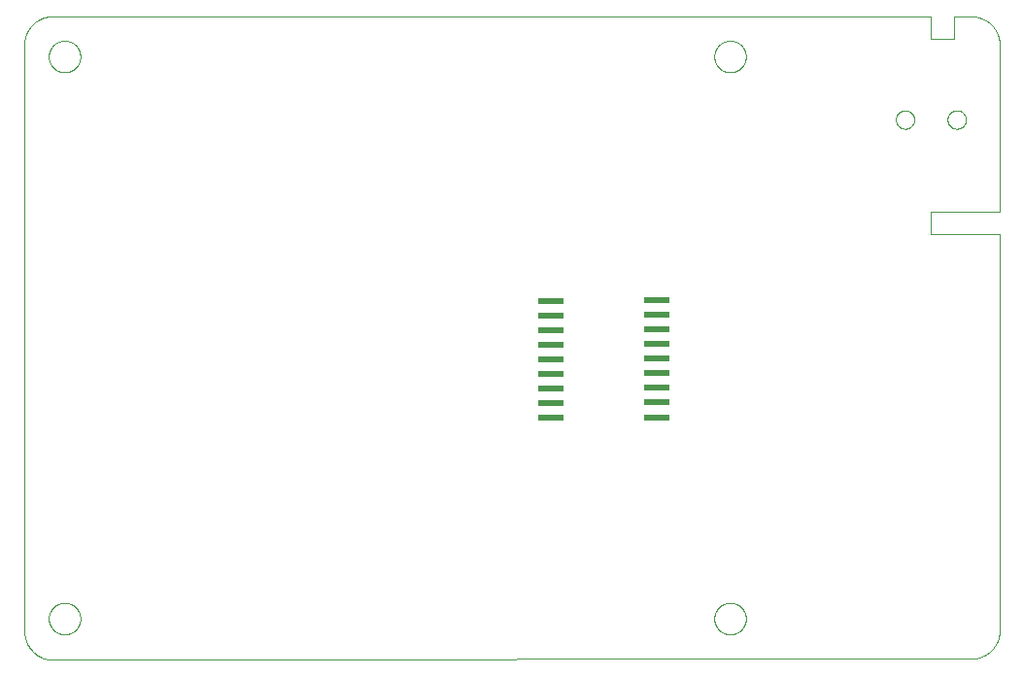
<source format=gbp>
G75*
%MOIN*%
%OFA0B0*%
%FSLAX25Y25*%
%IPPOS*%
%LPD*%
%AMOC8*
5,1,8,0,0,1.08239X$1,22.5*
%
%ADD10C,0.00000*%
%ADD11R,0.08661X0.02362*%
D10*
X0019433Y0005945D02*
X0334394Y0006339D01*
X0334394Y0006338D02*
X0334632Y0006341D01*
X0334870Y0006349D01*
X0335107Y0006364D01*
X0335344Y0006384D01*
X0335580Y0006410D01*
X0335816Y0006441D01*
X0336051Y0006478D01*
X0336285Y0006521D01*
X0336518Y0006570D01*
X0336750Y0006624D01*
X0336980Y0006684D01*
X0337209Y0006749D01*
X0337436Y0006820D01*
X0337661Y0006896D01*
X0337884Y0006978D01*
X0338106Y0007065D01*
X0338325Y0007157D01*
X0338542Y0007255D01*
X0338756Y0007357D01*
X0338968Y0007465D01*
X0339178Y0007579D01*
X0339384Y0007697D01*
X0339588Y0007820D01*
X0339788Y0007948D01*
X0339985Y0008080D01*
X0340180Y0008218D01*
X0340370Y0008360D01*
X0340558Y0008507D01*
X0340741Y0008658D01*
X0340921Y0008813D01*
X0341097Y0008973D01*
X0341269Y0009137D01*
X0341438Y0009306D01*
X0341602Y0009478D01*
X0341762Y0009654D01*
X0341917Y0009834D01*
X0342068Y0010017D01*
X0342215Y0010205D01*
X0342357Y0010395D01*
X0342495Y0010590D01*
X0342627Y0010787D01*
X0342755Y0010987D01*
X0342878Y0011191D01*
X0342996Y0011397D01*
X0343110Y0011607D01*
X0343218Y0011819D01*
X0343320Y0012033D01*
X0343418Y0012250D01*
X0343510Y0012469D01*
X0343597Y0012691D01*
X0343679Y0012914D01*
X0343755Y0013139D01*
X0343826Y0013366D01*
X0343891Y0013595D01*
X0343951Y0013825D01*
X0344005Y0014057D01*
X0344054Y0014290D01*
X0344097Y0014524D01*
X0344134Y0014759D01*
X0344165Y0014995D01*
X0344191Y0015231D01*
X0344211Y0015468D01*
X0344226Y0015705D01*
X0344234Y0015943D01*
X0344237Y0016181D01*
X0344236Y0016181D02*
X0344236Y0152008D01*
X0320614Y0152008D01*
X0320614Y0159882D01*
X0344236Y0159882D01*
X0344236Y0216969D01*
X0344237Y0216969D02*
X0344234Y0217207D01*
X0344226Y0217445D01*
X0344211Y0217682D01*
X0344191Y0217919D01*
X0344165Y0218155D01*
X0344134Y0218391D01*
X0344097Y0218626D01*
X0344054Y0218860D01*
X0344005Y0219093D01*
X0343951Y0219325D01*
X0343891Y0219555D01*
X0343826Y0219784D01*
X0343755Y0220011D01*
X0343679Y0220236D01*
X0343597Y0220459D01*
X0343510Y0220681D01*
X0343418Y0220900D01*
X0343320Y0221117D01*
X0343218Y0221331D01*
X0343110Y0221543D01*
X0342996Y0221753D01*
X0342878Y0221959D01*
X0342755Y0222163D01*
X0342627Y0222363D01*
X0342495Y0222560D01*
X0342357Y0222755D01*
X0342215Y0222945D01*
X0342068Y0223133D01*
X0341917Y0223316D01*
X0341762Y0223496D01*
X0341602Y0223672D01*
X0341438Y0223844D01*
X0341269Y0224013D01*
X0341097Y0224177D01*
X0340921Y0224337D01*
X0340741Y0224492D01*
X0340558Y0224643D01*
X0340370Y0224790D01*
X0340180Y0224932D01*
X0339985Y0225070D01*
X0339788Y0225202D01*
X0339588Y0225330D01*
X0339384Y0225453D01*
X0339178Y0225571D01*
X0338968Y0225685D01*
X0338756Y0225793D01*
X0338542Y0225895D01*
X0338325Y0225993D01*
X0338106Y0226085D01*
X0337884Y0226172D01*
X0337661Y0226254D01*
X0337436Y0226330D01*
X0337209Y0226401D01*
X0336980Y0226466D01*
X0336750Y0226526D01*
X0336518Y0226580D01*
X0336285Y0226629D01*
X0336051Y0226672D01*
X0335816Y0226709D01*
X0335580Y0226740D01*
X0335344Y0226766D01*
X0335107Y0226786D01*
X0334870Y0226801D01*
X0334632Y0226809D01*
X0334394Y0226812D01*
X0334394Y0226811D02*
X0328488Y0226811D01*
X0328488Y0218937D01*
X0320614Y0218937D01*
X0320614Y0226811D01*
X0019433Y0226811D01*
X0019433Y0226812D02*
X0019200Y0226814D01*
X0018967Y0226810D01*
X0018734Y0226801D01*
X0018501Y0226786D01*
X0018269Y0226765D01*
X0018037Y0226739D01*
X0017806Y0226707D01*
X0017576Y0226670D01*
X0017347Y0226627D01*
X0017119Y0226579D01*
X0016892Y0226525D01*
X0016666Y0226466D01*
X0016442Y0226401D01*
X0016220Y0226331D01*
X0016000Y0226255D01*
X0015781Y0226174D01*
X0015564Y0226088D01*
X0015350Y0225997D01*
X0015137Y0225900D01*
X0014928Y0225799D01*
X0014720Y0225692D01*
X0014516Y0225580D01*
X0014314Y0225464D01*
X0014115Y0225342D01*
X0013918Y0225216D01*
X0013725Y0225085D01*
X0013536Y0224950D01*
X0013349Y0224810D01*
X0013166Y0224666D01*
X0012987Y0224517D01*
X0012811Y0224364D01*
X0012639Y0224206D01*
X0012471Y0224045D01*
X0012307Y0223879D01*
X0012146Y0223710D01*
X0011990Y0223537D01*
X0011839Y0223360D01*
X0011691Y0223179D01*
X0011548Y0222995D01*
X0011409Y0222808D01*
X0011275Y0222617D01*
X0011146Y0222423D01*
X0011021Y0222226D01*
X0010901Y0222026D01*
X0010786Y0221823D01*
X0010676Y0221617D01*
X0010571Y0221409D01*
X0010471Y0221199D01*
X0010376Y0220986D01*
X0010287Y0220771D01*
X0010202Y0220553D01*
X0010123Y0220334D01*
X0010049Y0220113D01*
X0009981Y0219890D01*
X0009917Y0219666D01*
X0009860Y0219440D01*
X0009808Y0219212D01*
X0009761Y0218984D01*
X0009720Y0218755D01*
X0009684Y0218524D01*
X0009654Y0218293D01*
X0009630Y0218061D01*
X0009611Y0217829D01*
X0009598Y0217596D01*
X0009590Y0217363D01*
X0009591Y0217362D02*
X0009591Y0015788D01*
X0009590Y0015788D02*
X0009593Y0015550D01*
X0009601Y0015312D01*
X0009616Y0015075D01*
X0009636Y0014838D01*
X0009662Y0014602D01*
X0009693Y0014366D01*
X0009730Y0014131D01*
X0009773Y0013897D01*
X0009822Y0013664D01*
X0009876Y0013432D01*
X0009936Y0013202D01*
X0010001Y0012973D01*
X0010072Y0012746D01*
X0010148Y0012521D01*
X0010230Y0012298D01*
X0010317Y0012076D01*
X0010409Y0011857D01*
X0010507Y0011640D01*
X0010609Y0011426D01*
X0010717Y0011214D01*
X0010831Y0011004D01*
X0010949Y0010798D01*
X0011072Y0010594D01*
X0011200Y0010394D01*
X0011332Y0010197D01*
X0011470Y0010002D01*
X0011612Y0009812D01*
X0011759Y0009624D01*
X0011910Y0009441D01*
X0012065Y0009261D01*
X0012225Y0009085D01*
X0012389Y0008913D01*
X0012558Y0008744D01*
X0012730Y0008580D01*
X0012906Y0008420D01*
X0013086Y0008265D01*
X0013269Y0008114D01*
X0013457Y0007967D01*
X0013647Y0007825D01*
X0013842Y0007687D01*
X0014039Y0007555D01*
X0014239Y0007427D01*
X0014443Y0007304D01*
X0014649Y0007186D01*
X0014859Y0007072D01*
X0015071Y0006964D01*
X0015285Y0006862D01*
X0015502Y0006764D01*
X0015721Y0006672D01*
X0015943Y0006585D01*
X0016166Y0006503D01*
X0016391Y0006427D01*
X0016618Y0006356D01*
X0016847Y0006291D01*
X0017077Y0006231D01*
X0017309Y0006177D01*
X0017542Y0006128D01*
X0017776Y0006085D01*
X0018011Y0006048D01*
X0018247Y0006017D01*
X0018483Y0005991D01*
X0018720Y0005971D01*
X0018957Y0005956D01*
X0019195Y0005948D01*
X0019433Y0005945D01*
X0017957Y0020118D02*
X0017959Y0020265D01*
X0017965Y0020411D01*
X0017975Y0020557D01*
X0017989Y0020703D01*
X0018007Y0020849D01*
X0018028Y0020994D01*
X0018054Y0021138D01*
X0018084Y0021282D01*
X0018117Y0021424D01*
X0018154Y0021566D01*
X0018195Y0021707D01*
X0018240Y0021846D01*
X0018289Y0021985D01*
X0018341Y0022122D01*
X0018398Y0022257D01*
X0018457Y0022391D01*
X0018521Y0022523D01*
X0018588Y0022653D01*
X0018658Y0022782D01*
X0018732Y0022909D01*
X0018809Y0023033D01*
X0018890Y0023156D01*
X0018974Y0023276D01*
X0019061Y0023394D01*
X0019151Y0023509D01*
X0019244Y0023622D01*
X0019341Y0023733D01*
X0019440Y0023841D01*
X0019542Y0023946D01*
X0019647Y0024048D01*
X0019755Y0024147D01*
X0019866Y0024244D01*
X0019979Y0024337D01*
X0020094Y0024427D01*
X0020212Y0024514D01*
X0020332Y0024598D01*
X0020455Y0024679D01*
X0020579Y0024756D01*
X0020706Y0024830D01*
X0020835Y0024900D01*
X0020965Y0024967D01*
X0021097Y0025031D01*
X0021231Y0025090D01*
X0021366Y0025147D01*
X0021503Y0025199D01*
X0021642Y0025248D01*
X0021781Y0025293D01*
X0021922Y0025334D01*
X0022064Y0025371D01*
X0022206Y0025404D01*
X0022350Y0025434D01*
X0022494Y0025460D01*
X0022639Y0025481D01*
X0022785Y0025499D01*
X0022931Y0025513D01*
X0023077Y0025523D01*
X0023223Y0025529D01*
X0023370Y0025531D01*
X0023517Y0025529D01*
X0023663Y0025523D01*
X0023809Y0025513D01*
X0023955Y0025499D01*
X0024101Y0025481D01*
X0024246Y0025460D01*
X0024390Y0025434D01*
X0024534Y0025404D01*
X0024676Y0025371D01*
X0024818Y0025334D01*
X0024959Y0025293D01*
X0025098Y0025248D01*
X0025237Y0025199D01*
X0025374Y0025147D01*
X0025509Y0025090D01*
X0025643Y0025031D01*
X0025775Y0024967D01*
X0025905Y0024900D01*
X0026034Y0024830D01*
X0026161Y0024756D01*
X0026285Y0024679D01*
X0026408Y0024598D01*
X0026528Y0024514D01*
X0026646Y0024427D01*
X0026761Y0024337D01*
X0026874Y0024244D01*
X0026985Y0024147D01*
X0027093Y0024048D01*
X0027198Y0023946D01*
X0027300Y0023841D01*
X0027399Y0023733D01*
X0027496Y0023622D01*
X0027589Y0023509D01*
X0027679Y0023394D01*
X0027766Y0023276D01*
X0027850Y0023156D01*
X0027931Y0023033D01*
X0028008Y0022909D01*
X0028082Y0022782D01*
X0028152Y0022653D01*
X0028219Y0022523D01*
X0028283Y0022391D01*
X0028342Y0022257D01*
X0028399Y0022122D01*
X0028451Y0021985D01*
X0028500Y0021846D01*
X0028545Y0021707D01*
X0028586Y0021566D01*
X0028623Y0021424D01*
X0028656Y0021282D01*
X0028686Y0021138D01*
X0028712Y0020994D01*
X0028733Y0020849D01*
X0028751Y0020703D01*
X0028765Y0020557D01*
X0028775Y0020411D01*
X0028781Y0020265D01*
X0028783Y0020118D01*
X0028781Y0019971D01*
X0028775Y0019825D01*
X0028765Y0019679D01*
X0028751Y0019533D01*
X0028733Y0019387D01*
X0028712Y0019242D01*
X0028686Y0019098D01*
X0028656Y0018954D01*
X0028623Y0018812D01*
X0028586Y0018670D01*
X0028545Y0018529D01*
X0028500Y0018390D01*
X0028451Y0018251D01*
X0028399Y0018114D01*
X0028342Y0017979D01*
X0028283Y0017845D01*
X0028219Y0017713D01*
X0028152Y0017583D01*
X0028082Y0017454D01*
X0028008Y0017327D01*
X0027931Y0017203D01*
X0027850Y0017080D01*
X0027766Y0016960D01*
X0027679Y0016842D01*
X0027589Y0016727D01*
X0027496Y0016614D01*
X0027399Y0016503D01*
X0027300Y0016395D01*
X0027198Y0016290D01*
X0027093Y0016188D01*
X0026985Y0016089D01*
X0026874Y0015992D01*
X0026761Y0015899D01*
X0026646Y0015809D01*
X0026528Y0015722D01*
X0026408Y0015638D01*
X0026285Y0015557D01*
X0026161Y0015480D01*
X0026034Y0015406D01*
X0025905Y0015336D01*
X0025775Y0015269D01*
X0025643Y0015205D01*
X0025509Y0015146D01*
X0025374Y0015089D01*
X0025237Y0015037D01*
X0025098Y0014988D01*
X0024959Y0014943D01*
X0024818Y0014902D01*
X0024676Y0014865D01*
X0024534Y0014832D01*
X0024390Y0014802D01*
X0024246Y0014776D01*
X0024101Y0014755D01*
X0023955Y0014737D01*
X0023809Y0014723D01*
X0023663Y0014713D01*
X0023517Y0014707D01*
X0023370Y0014705D01*
X0023223Y0014707D01*
X0023077Y0014713D01*
X0022931Y0014723D01*
X0022785Y0014737D01*
X0022639Y0014755D01*
X0022494Y0014776D01*
X0022350Y0014802D01*
X0022206Y0014832D01*
X0022064Y0014865D01*
X0021922Y0014902D01*
X0021781Y0014943D01*
X0021642Y0014988D01*
X0021503Y0015037D01*
X0021366Y0015089D01*
X0021231Y0015146D01*
X0021097Y0015205D01*
X0020965Y0015269D01*
X0020835Y0015336D01*
X0020706Y0015406D01*
X0020579Y0015480D01*
X0020455Y0015557D01*
X0020332Y0015638D01*
X0020212Y0015722D01*
X0020094Y0015809D01*
X0019979Y0015899D01*
X0019866Y0015992D01*
X0019755Y0016089D01*
X0019647Y0016188D01*
X0019542Y0016290D01*
X0019440Y0016395D01*
X0019341Y0016503D01*
X0019244Y0016614D01*
X0019151Y0016727D01*
X0019061Y0016842D01*
X0018974Y0016960D01*
X0018890Y0017080D01*
X0018809Y0017203D01*
X0018732Y0017327D01*
X0018658Y0017454D01*
X0018588Y0017583D01*
X0018521Y0017713D01*
X0018457Y0017845D01*
X0018398Y0017979D01*
X0018341Y0018114D01*
X0018289Y0018251D01*
X0018240Y0018390D01*
X0018195Y0018529D01*
X0018154Y0018670D01*
X0018117Y0018812D01*
X0018084Y0018954D01*
X0018054Y0019098D01*
X0018028Y0019242D01*
X0018007Y0019387D01*
X0017989Y0019533D01*
X0017975Y0019679D01*
X0017965Y0019825D01*
X0017959Y0019971D01*
X0017957Y0020118D01*
X0246304Y0020118D02*
X0246306Y0020265D01*
X0246312Y0020411D01*
X0246322Y0020557D01*
X0246336Y0020703D01*
X0246354Y0020849D01*
X0246375Y0020994D01*
X0246401Y0021138D01*
X0246431Y0021282D01*
X0246464Y0021424D01*
X0246501Y0021566D01*
X0246542Y0021707D01*
X0246587Y0021846D01*
X0246636Y0021985D01*
X0246688Y0022122D01*
X0246745Y0022257D01*
X0246804Y0022391D01*
X0246868Y0022523D01*
X0246935Y0022653D01*
X0247005Y0022782D01*
X0247079Y0022909D01*
X0247156Y0023033D01*
X0247237Y0023156D01*
X0247321Y0023276D01*
X0247408Y0023394D01*
X0247498Y0023509D01*
X0247591Y0023622D01*
X0247688Y0023733D01*
X0247787Y0023841D01*
X0247889Y0023946D01*
X0247994Y0024048D01*
X0248102Y0024147D01*
X0248213Y0024244D01*
X0248326Y0024337D01*
X0248441Y0024427D01*
X0248559Y0024514D01*
X0248679Y0024598D01*
X0248802Y0024679D01*
X0248926Y0024756D01*
X0249053Y0024830D01*
X0249182Y0024900D01*
X0249312Y0024967D01*
X0249444Y0025031D01*
X0249578Y0025090D01*
X0249713Y0025147D01*
X0249850Y0025199D01*
X0249989Y0025248D01*
X0250128Y0025293D01*
X0250269Y0025334D01*
X0250411Y0025371D01*
X0250553Y0025404D01*
X0250697Y0025434D01*
X0250841Y0025460D01*
X0250986Y0025481D01*
X0251132Y0025499D01*
X0251278Y0025513D01*
X0251424Y0025523D01*
X0251570Y0025529D01*
X0251717Y0025531D01*
X0251864Y0025529D01*
X0252010Y0025523D01*
X0252156Y0025513D01*
X0252302Y0025499D01*
X0252448Y0025481D01*
X0252593Y0025460D01*
X0252737Y0025434D01*
X0252881Y0025404D01*
X0253023Y0025371D01*
X0253165Y0025334D01*
X0253306Y0025293D01*
X0253445Y0025248D01*
X0253584Y0025199D01*
X0253721Y0025147D01*
X0253856Y0025090D01*
X0253990Y0025031D01*
X0254122Y0024967D01*
X0254252Y0024900D01*
X0254381Y0024830D01*
X0254508Y0024756D01*
X0254632Y0024679D01*
X0254755Y0024598D01*
X0254875Y0024514D01*
X0254993Y0024427D01*
X0255108Y0024337D01*
X0255221Y0024244D01*
X0255332Y0024147D01*
X0255440Y0024048D01*
X0255545Y0023946D01*
X0255647Y0023841D01*
X0255746Y0023733D01*
X0255843Y0023622D01*
X0255936Y0023509D01*
X0256026Y0023394D01*
X0256113Y0023276D01*
X0256197Y0023156D01*
X0256278Y0023033D01*
X0256355Y0022909D01*
X0256429Y0022782D01*
X0256499Y0022653D01*
X0256566Y0022523D01*
X0256630Y0022391D01*
X0256689Y0022257D01*
X0256746Y0022122D01*
X0256798Y0021985D01*
X0256847Y0021846D01*
X0256892Y0021707D01*
X0256933Y0021566D01*
X0256970Y0021424D01*
X0257003Y0021282D01*
X0257033Y0021138D01*
X0257059Y0020994D01*
X0257080Y0020849D01*
X0257098Y0020703D01*
X0257112Y0020557D01*
X0257122Y0020411D01*
X0257128Y0020265D01*
X0257130Y0020118D01*
X0257128Y0019971D01*
X0257122Y0019825D01*
X0257112Y0019679D01*
X0257098Y0019533D01*
X0257080Y0019387D01*
X0257059Y0019242D01*
X0257033Y0019098D01*
X0257003Y0018954D01*
X0256970Y0018812D01*
X0256933Y0018670D01*
X0256892Y0018529D01*
X0256847Y0018390D01*
X0256798Y0018251D01*
X0256746Y0018114D01*
X0256689Y0017979D01*
X0256630Y0017845D01*
X0256566Y0017713D01*
X0256499Y0017583D01*
X0256429Y0017454D01*
X0256355Y0017327D01*
X0256278Y0017203D01*
X0256197Y0017080D01*
X0256113Y0016960D01*
X0256026Y0016842D01*
X0255936Y0016727D01*
X0255843Y0016614D01*
X0255746Y0016503D01*
X0255647Y0016395D01*
X0255545Y0016290D01*
X0255440Y0016188D01*
X0255332Y0016089D01*
X0255221Y0015992D01*
X0255108Y0015899D01*
X0254993Y0015809D01*
X0254875Y0015722D01*
X0254755Y0015638D01*
X0254632Y0015557D01*
X0254508Y0015480D01*
X0254381Y0015406D01*
X0254252Y0015336D01*
X0254122Y0015269D01*
X0253990Y0015205D01*
X0253856Y0015146D01*
X0253721Y0015089D01*
X0253584Y0015037D01*
X0253445Y0014988D01*
X0253306Y0014943D01*
X0253165Y0014902D01*
X0253023Y0014865D01*
X0252881Y0014832D01*
X0252737Y0014802D01*
X0252593Y0014776D01*
X0252448Y0014755D01*
X0252302Y0014737D01*
X0252156Y0014723D01*
X0252010Y0014713D01*
X0251864Y0014707D01*
X0251717Y0014705D01*
X0251570Y0014707D01*
X0251424Y0014713D01*
X0251278Y0014723D01*
X0251132Y0014737D01*
X0250986Y0014755D01*
X0250841Y0014776D01*
X0250697Y0014802D01*
X0250553Y0014832D01*
X0250411Y0014865D01*
X0250269Y0014902D01*
X0250128Y0014943D01*
X0249989Y0014988D01*
X0249850Y0015037D01*
X0249713Y0015089D01*
X0249578Y0015146D01*
X0249444Y0015205D01*
X0249312Y0015269D01*
X0249182Y0015336D01*
X0249053Y0015406D01*
X0248926Y0015480D01*
X0248802Y0015557D01*
X0248679Y0015638D01*
X0248559Y0015722D01*
X0248441Y0015809D01*
X0248326Y0015899D01*
X0248213Y0015992D01*
X0248102Y0016089D01*
X0247994Y0016188D01*
X0247889Y0016290D01*
X0247787Y0016395D01*
X0247688Y0016503D01*
X0247591Y0016614D01*
X0247498Y0016727D01*
X0247408Y0016842D01*
X0247321Y0016960D01*
X0247237Y0017080D01*
X0247156Y0017203D01*
X0247079Y0017327D01*
X0247005Y0017454D01*
X0246935Y0017583D01*
X0246868Y0017713D01*
X0246804Y0017845D01*
X0246745Y0017979D01*
X0246688Y0018114D01*
X0246636Y0018251D01*
X0246587Y0018390D01*
X0246542Y0018529D01*
X0246501Y0018670D01*
X0246464Y0018812D01*
X0246431Y0018954D01*
X0246401Y0019098D01*
X0246375Y0019242D01*
X0246354Y0019387D01*
X0246336Y0019533D01*
X0246322Y0019679D01*
X0246312Y0019825D01*
X0246306Y0019971D01*
X0246304Y0020118D01*
X0308606Y0191378D02*
X0308608Y0191490D01*
X0308614Y0191601D01*
X0308624Y0191713D01*
X0308638Y0191824D01*
X0308655Y0191934D01*
X0308677Y0192044D01*
X0308703Y0192153D01*
X0308732Y0192261D01*
X0308765Y0192367D01*
X0308802Y0192473D01*
X0308843Y0192577D01*
X0308888Y0192680D01*
X0308936Y0192781D01*
X0308987Y0192880D01*
X0309042Y0192977D01*
X0309101Y0193072D01*
X0309162Y0193166D01*
X0309227Y0193257D01*
X0309296Y0193345D01*
X0309367Y0193431D01*
X0309441Y0193515D01*
X0309519Y0193595D01*
X0309599Y0193673D01*
X0309682Y0193749D01*
X0309767Y0193821D01*
X0309855Y0193890D01*
X0309945Y0193956D01*
X0310038Y0194018D01*
X0310133Y0194078D01*
X0310230Y0194134D01*
X0310328Y0194186D01*
X0310429Y0194235D01*
X0310531Y0194280D01*
X0310635Y0194322D01*
X0310740Y0194360D01*
X0310847Y0194394D01*
X0310954Y0194424D01*
X0311063Y0194451D01*
X0311172Y0194473D01*
X0311283Y0194492D01*
X0311393Y0194507D01*
X0311505Y0194518D01*
X0311616Y0194525D01*
X0311728Y0194528D01*
X0311840Y0194527D01*
X0311952Y0194522D01*
X0312063Y0194513D01*
X0312174Y0194500D01*
X0312285Y0194483D01*
X0312395Y0194463D01*
X0312504Y0194438D01*
X0312612Y0194410D01*
X0312719Y0194377D01*
X0312825Y0194341D01*
X0312929Y0194301D01*
X0313032Y0194258D01*
X0313134Y0194211D01*
X0313233Y0194160D01*
X0313331Y0194106D01*
X0313427Y0194048D01*
X0313521Y0193987D01*
X0313612Y0193923D01*
X0313701Y0193856D01*
X0313788Y0193785D01*
X0313872Y0193711D01*
X0313954Y0193635D01*
X0314032Y0193555D01*
X0314108Y0193473D01*
X0314181Y0193388D01*
X0314251Y0193301D01*
X0314317Y0193211D01*
X0314381Y0193119D01*
X0314441Y0193025D01*
X0314498Y0192929D01*
X0314551Y0192830D01*
X0314601Y0192730D01*
X0314647Y0192629D01*
X0314690Y0192525D01*
X0314729Y0192420D01*
X0314764Y0192314D01*
X0314795Y0192207D01*
X0314823Y0192098D01*
X0314846Y0191989D01*
X0314866Y0191879D01*
X0314882Y0191768D01*
X0314894Y0191657D01*
X0314902Y0191546D01*
X0314906Y0191434D01*
X0314906Y0191322D01*
X0314902Y0191210D01*
X0314894Y0191099D01*
X0314882Y0190988D01*
X0314866Y0190877D01*
X0314846Y0190767D01*
X0314823Y0190658D01*
X0314795Y0190549D01*
X0314764Y0190442D01*
X0314729Y0190336D01*
X0314690Y0190231D01*
X0314647Y0190127D01*
X0314601Y0190026D01*
X0314551Y0189926D01*
X0314498Y0189827D01*
X0314441Y0189731D01*
X0314381Y0189637D01*
X0314317Y0189545D01*
X0314251Y0189455D01*
X0314181Y0189368D01*
X0314108Y0189283D01*
X0314032Y0189201D01*
X0313954Y0189121D01*
X0313872Y0189045D01*
X0313788Y0188971D01*
X0313701Y0188900D01*
X0313612Y0188833D01*
X0313521Y0188769D01*
X0313427Y0188708D01*
X0313331Y0188650D01*
X0313233Y0188596D01*
X0313134Y0188545D01*
X0313032Y0188498D01*
X0312929Y0188455D01*
X0312825Y0188415D01*
X0312719Y0188379D01*
X0312612Y0188346D01*
X0312504Y0188318D01*
X0312395Y0188293D01*
X0312285Y0188273D01*
X0312174Y0188256D01*
X0312063Y0188243D01*
X0311952Y0188234D01*
X0311840Y0188229D01*
X0311728Y0188228D01*
X0311616Y0188231D01*
X0311505Y0188238D01*
X0311393Y0188249D01*
X0311283Y0188264D01*
X0311172Y0188283D01*
X0311063Y0188305D01*
X0310954Y0188332D01*
X0310847Y0188362D01*
X0310740Y0188396D01*
X0310635Y0188434D01*
X0310531Y0188476D01*
X0310429Y0188521D01*
X0310328Y0188570D01*
X0310230Y0188622D01*
X0310133Y0188678D01*
X0310038Y0188738D01*
X0309945Y0188800D01*
X0309855Y0188866D01*
X0309767Y0188935D01*
X0309682Y0189007D01*
X0309599Y0189083D01*
X0309519Y0189161D01*
X0309441Y0189241D01*
X0309367Y0189325D01*
X0309296Y0189411D01*
X0309227Y0189499D01*
X0309162Y0189590D01*
X0309101Y0189684D01*
X0309042Y0189779D01*
X0308987Y0189876D01*
X0308936Y0189975D01*
X0308888Y0190076D01*
X0308843Y0190179D01*
X0308802Y0190283D01*
X0308765Y0190389D01*
X0308732Y0190495D01*
X0308703Y0190603D01*
X0308677Y0190712D01*
X0308655Y0190822D01*
X0308638Y0190932D01*
X0308624Y0191043D01*
X0308614Y0191155D01*
X0308608Y0191266D01*
X0308606Y0191378D01*
X0326323Y0191378D02*
X0326325Y0191490D01*
X0326331Y0191601D01*
X0326341Y0191713D01*
X0326355Y0191824D01*
X0326372Y0191934D01*
X0326394Y0192044D01*
X0326420Y0192153D01*
X0326449Y0192261D01*
X0326482Y0192367D01*
X0326519Y0192473D01*
X0326560Y0192577D01*
X0326605Y0192680D01*
X0326653Y0192781D01*
X0326704Y0192880D01*
X0326759Y0192977D01*
X0326818Y0193072D01*
X0326879Y0193166D01*
X0326944Y0193257D01*
X0327013Y0193345D01*
X0327084Y0193431D01*
X0327158Y0193515D01*
X0327236Y0193595D01*
X0327316Y0193673D01*
X0327399Y0193749D01*
X0327484Y0193821D01*
X0327572Y0193890D01*
X0327662Y0193956D01*
X0327755Y0194018D01*
X0327850Y0194078D01*
X0327947Y0194134D01*
X0328045Y0194186D01*
X0328146Y0194235D01*
X0328248Y0194280D01*
X0328352Y0194322D01*
X0328457Y0194360D01*
X0328564Y0194394D01*
X0328671Y0194424D01*
X0328780Y0194451D01*
X0328889Y0194473D01*
X0329000Y0194492D01*
X0329110Y0194507D01*
X0329222Y0194518D01*
X0329333Y0194525D01*
X0329445Y0194528D01*
X0329557Y0194527D01*
X0329669Y0194522D01*
X0329780Y0194513D01*
X0329891Y0194500D01*
X0330002Y0194483D01*
X0330112Y0194463D01*
X0330221Y0194438D01*
X0330329Y0194410D01*
X0330436Y0194377D01*
X0330542Y0194341D01*
X0330646Y0194301D01*
X0330749Y0194258D01*
X0330851Y0194211D01*
X0330950Y0194160D01*
X0331048Y0194106D01*
X0331144Y0194048D01*
X0331238Y0193987D01*
X0331329Y0193923D01*
X0331418Y0193856D01*
X0331505Y0193785D01*
X0331589Y0193711D01*
X0331671Y0193635D01*
X0331749Y0193555D01*
X0331825Y0193473D01*
X0331898Y0193388D01*
X0331968Y0193301D01*
X0332034Y0193211D01*
X0332098Y0193119D01*
X0332158Y0193025D01*
X0332215Y0192929D01*
X0332268Y0192830D01*
X0332318Y0192730D01*
X0332364Y0192629D01*
X0332407Y0192525D01*
X0332446Y0192420D01*
X0332481Y0192314D01*
X0332512Y0192207D01*
X0332540Y0192098D01*
X0332563Y0191989D01*
X0332583Y0191879D01*
X0332599Y0191768D01*
X0332611Y0191657D01*
X0332619Y0191546D01*
X0332623Y0191434D01*
X0332623Y0191322D01*
X0332619Y0191210D01*
X0332611Y0191099D01*
X0332599Y0190988D01*
X0332583Y0190877D01*
X0332563Y0190767D01*
X0332540Y0190658D01*
X0332512Y0190549D01*
X0332481Y0190442D01*
X0332446Y0190336D01*
X0332407Y0190231D01*
X0332364Y0190127D01*
X0332318Y0190026D01*
X0332268Y0189926D01*
X0332215Y0189827D01*
X0332158Y0189731D01*
X0332098Y0189637D01*
X0332034Y0189545D01*
X0331968Y0189455D01*
X0331898Y0189368D01*
X0331825Y0189283D01*
X0331749Y0189201D01*
X0331671Y0189121D01*
X0331589Y0189045D01*
X0331505Y0188971D01*
X0331418Y0188900D01*
X0331329Y0188833D01*
X0331238Y0188769D01*
X0331144Y0188708D01*
X0331048Y0188650D01*
X0330950Y0188596D01*
X0330851Y0188545D01*
X0330749Y0188498D01*
X0330646Y0188455D01*
X0330542Y0188415D01*
X0330436Y0188379D01*
X0330329Y0188346D01*
X0330221Y0188318D01*
X0330112Y0188293D01*
X0330002Y0188273D01*
X0329891Y0188256D01*
X0329780Y0188243D01*
X0329669Y0188234D01*
X0329557Y0188229D01*
X0329445Y0188228D01*
X0329333Y0188231D01*
X0329222Y0188238D01*
X0329110Y0188249D01*
X0329000Y0188264D01*
X0328889Y0188283D01*
X0328780Y0188305D01*
X0328671Y0188332D01*
X0328564Y0188362D01*
X0328457Y0188396D01*
X0328352Y0188434D01*
X0328248Y0188476D01*
X0328146Y0188521D01*
X0328045Y0188570D01*
X0327947Y0188622D01*
X0327850Y0188678D01*
X0327755Y0188738D01*
X0327662Y0188800D01*
X0327572Y0188866D01*
X0327484Y0188935D01*
X0327399Y0189007D01*
X0327316Y0189083D01*
X0327236Y0189161D01*
X0327158Y0189241D01*
X0327084Y0189325D01*
X0327013Y0189411D01*
X0326944Y0189499D01*
X0326879Y0189590D01*
X0326818Y0189684D01*
X0326759Y0189779D01*
X0326704Y0189876D01*
X0326653Y0189975D01*
X0326605Y0190076D01*
X0326560Y0190179D01*
X0326519Y0190283D01*
X0326482Y0190389D01*
X0326449Y0190495D01*
X0326420Y0190603D01*
X0326394Y0190712D01*
X0326372Y0190822D01*
X0326355Y0190932D01*
X0326341Y0191043D01*
X0326331Y0191155D01*
X0326325Y0191266D01*
X0326323Y0191378D01*
X0246304Y0213032D02*
X0246306Y0213179D01*
X0246312Y0213325D01*
X0246322Y0213471D01*
X0246336Y0213617D01*
X0246354Y0213763D01*
X0246375Y0213908D01*
X0246401Y0214052D01*
X0246431Y0214196D01*
X0246464Y0214338D01*
X0246501Y0214480D01*
X0246542Y0214621D01*
X0246587Y0214760D01*
X0246636Y0214899D01*
X0246688Y0215036D01*
X0246745Y0215171D01*
X0246804Y0215305D01*
X0246868Y0215437D01*
X0246935Y0215567D01*
X0247005Y0215696D01*
X0247079Y0215823D01*
X0247156Y0215947D01*
X0247237Y0216070D01*
X0247321Y0216190D01*
X0247408Y0216308D01*
X0247498Y0216423D01*
X0247591Y0216536D01*
X0247688Y0216647D01*
X0247787Y0216755D01*
X0247889Y0216860D01*
X0247994Y0216962D01*
X0248102Y0217061D01*
X0248213Y0217158D01*
X0248326Y0217251D01*
X0248441Y0217341D01*
X0248559Y0217428D01*
X0248679Y0217512D01*
X0248802Y0217593D01*
X0248926Y0217670D01*
X0249053Y0217744D01*
X0249182Y0217814D01*
X0249312Y0217881D01*
X0249444Y0217945D01*
X0249578Y0218004D01*
X0249713Y0218061D01*
X0249850Y0218113D01*
X0249989Y0218162D01*
X0250128Y0218207D01*
X0250269Y0218248D01*
X0250411Y0218285D01*
X0250553Y0218318D01*
X0250697Y0218348D01*
X0250841Y0218374D01*
X0250986Y0218395D01*
X0251132Y0218413D01*
X0251278Y0218427D01*
X0251424Y0218437D01*
X0251570Y0218443D01*
X0251717Y0218445D01*
X0251864Y0218443D01*
X0252010Y0218437D01*
X0252156Y0218427D01*
X0252302Y0218413D01*
X0252448Y0218395D01*
X0252593Y0218374D01*
X0252737Y0218348D01*
X0252881Y0218318D01*
X0253023Y0218285D01*
X0253165Y0218248D01*
X0253306Y0218207D01*
X0253445Y0218162D01*
X0253584Y0218113D01*
X0253721Y0218061D01*
X0253856Y0218004D01*
X0253990Y0217945D01*
X0254122Y0217881D01*
X0254252Y0217814D01*
X0254381Y0217744D01*
X0254508Y0217670D01*
X0254632Y0217593D01*
X0254755Y0217512D01*
X0254875Y0217428D01*
X0254993Y0217341D01*
X0255108Y0217251D01*
X0255221Y0217158D01*
X0255332Y0217061D01*
X0255440Y0216962D01*
X0255545Y0216860D01*
X0255647Y0216755D01*
X0255746Y0216647D01*
X0255843Y0216536D01*
X0255936Y0216423D01*
X0256026Y0216308D01*
X0256113Y0216190D01*
X0256197Y0216070D01*
X0256278Y0215947D01*
X0256355Y0215823D01*
X0256429Y0215696D01*
X0256499Y0215567D01*
X0256566Y0215437D01*
X0256630Y0215305D01*
X0256689Y0215171D01*
X0256746Y0215036D01*
X0256798Y0214899D01*
X0256847Y0214760D01*
X0256892Y0214621D01*
X0256933Y0214480D01*
X0256970Y0214338D01*
X0257003Y0214196D01*
X0257033Y0214052D01*
X0257059Y0213908D01*
X0257080Y0213763D01*
X0257098Y0213617D01*
X0257112Y0213471D01*
X0257122Y0213325D01*
X0257128Y0213179D01*
X0257130Y0213032D01*
X0257128Y0212885D01*
X0257122Y0212739D01*
X0257112Y0212593D01*
X0257098Y0212447D01*
X0257080Y0212301D01*
X0257059Y0212156D01*
X0257033Y0212012D01*
X0257003Y0211868D01*
X0256970Y0211726D01*
X0256933Y0211584D01*
X0256892Y0211443D01*
X0256847Y0211304D01*
X0256798Y0211165D01*
X0256746Y0211028D01*
X0256689Y0210893D01*
X0256630Y0210759D01*
X0256566Y0210627D01*
X0256499Y0210497D01*
X0256429Y0210368D01*
X0256355Y0210241D01*
X0256278Y0210117D01*
X0256197Y0209994D01*
X0256113Y0209874D01*
X0256026Y0209756D01*
X0255936Y0209641D01*
X0255843Y0209528D01*
X0255746Y0209417D01*
X0255647Y0209309D01*
X0255545Y0209204D01*
X0255440Y0209102D01*
X0255332Y0209003D01*
X0255221Y0208906D01*
X0255108Y0208813D01*
X0254993Y0208723D01*
X0254875Y0208636D01*
X0254755Y0208552D01*
X0254632Y0208471D01*
X0254508Y0208394D01*
X0254381Y0208320D01*
X0254252Y0208250D01*
X0254122Y0208183D01*
X0253990Y0208119D01*
X0253856Y0208060D01*
X0253721Y0208003D01*
X0253584Y0207951D01*
X0253445Y0207902D01*
X0253306Y0207857D01*
X0253165Y0207816D01*
X0253023Y0207779D01*
X0252881Y0207746D01*
X0252737Y0207716D01*
X0252593Y0207690D01*
X0252448Y0207669D01*
X0252302Y0207651D01*
X0252156Y0207637D01*
X0252010Y0207627D01*
X0251864Y0207621D01*
X0251717Y0207619D01*
X0251570Y0207621D01*
X0251424Y0207627D01*
X0251278Y0207637D01*
X0251132Y0207651D01*
X0250986Y0207669D01*
X0250841Y0207690D01*
X0250697Y0207716D01*
X0250553Y0207746D01*
X0250411Y0207779D01*
X0250269Y0207816D01*
X0250128Y0207857D01*
X0249989Y0207902D01*
X0249850Y0207951D01*
X0249713Y0208003D01*
X0249578Y0208060D01*
X0249444Y0208119D01*
X0249312Y0208183D01*
X0249182Y0208250D01*
X0249053Y0208320D01*
X0248926Y0208394D01*
X0248802Y0208471D01*
X0248679Y0208552D01*
X0248559Y0208636D01*
X0248441Y0208723D01*
X0248326Y0208813D01*
X0248213Y0208906D01*
X0248102Y0209003D01*
X0247994Y0209102D01*
X0247889Y0209204D01*
X0247787Y0209309D01*
X0247688Y0209417D01*
X0247591Y0209528D01*
X0247498Y0209641D01*
X0247408Y0209756D01*
X0247321Y0209874D01*
X0247237Y0209994D01*
X0247156Y0210117D01*
X0247079Y0210241D01*
X0247005Y0210368D01*
X0246935Y0210497D01*
X0246868Y0210627D01*
X0246804Y0210759D01*
X0246745Y0210893D01*
X0246688Y0211028D01*
X0246636Y0211165D01*
X0246587Y0211304D01*
X0246542Y0211443D01*
X0246501Y0211584D01*
X0246464Y0211726D01*
X0246431Y0211868D01*
X0246401Y0212012D01*
X0246375Y0212156D01*
X0246354Y0212301D01*
X0246336Y0212447D01*
X0246322Y0212593D01*
X0246312Y0212739D01*
X0246306Y0212885D01*
X0246304Y0213032D01*
X0017957Y0213032D02*
X0017959Y0213179D01*
X0017965Y0213325D01*
X0017975Y0213471D01*
X0017989Y0213617D01*
X0018007Y0213763D01*
X0018028Y0213908D01*
X0018054Y0214052D01*
X0018084Y0214196D01*
X0018117Y0214338D01*
X0018154Y0214480D01*
X0018195Y0214621D01*
X0018240Y0214760D01*
X0018289Y0214899D01*
X0018341Y0215036D01*
X0018398Y0215171D01*
X0018457Y0215305D01*
X0018521Y0215437D01*
X0018588Y0215567D01*
X0018658Y0215696D01*
X0018732Y0215823D01*
X0018809Y0215947D01*
X0018890Y0216070D01*
X0018974Y0216190D01*
X0019061Y0216308D01*
X0019151Y0216423D01*
X0019244Y0216536D01*
X0019341Y0216647D01*
X0019440Y0216755D01*
X0019542Y0216860D01*
X0019647Y0216962D01*
X0019755Y0217061D01*
X0019866Y0217158D01*
X0019979Y0217251D01*
X0020094Y0217341D01*
X0020212Y0217428D01*
X0020332Y0217512D01*
X0020455Y0217593D01*
X0020579Y0217670D01*
X0020706Y0217744D01*
X0020835Y0217814D01*
X0020965Y0217881D01*
X0021097Y0217945D01*
X0021231Y0218004D01*
X0021366Y0218061D01*
X0021503Y0218113D01*
X0021642Y0218162D01*
X0021781Y0218207D01*
X0021922Y0218248D01*
X0022064Y0218285D01*
X0022206Y0218318D01*
X0022350Y0218348D01*
X0022494Y0218374D01*
X0022639Y0218395D01*
X0022785Y0218413D01*
X0022931Y0218427D01*
X0023077Y0218437D01*
X0023223Y0218443D01*
X0023370Y0218445D01*
X0023517Y0218443D01*
X0023663Y0218437D01*
X0023809Y0218427D01*
X0023955Y0218413D01*
X0024101Y0218395D01*
X0024246Y0218374D01*
X0024390Y0218348D01*
X0024534Y0218318D01*
X0024676Y0218285D01*
X0024818Y0218248D01*
X0024959Y0218207D01*
X0025098Y0218162D01*
X0025237Y0218113D01*
X0025374Y0218061D01*
X0025509Y0218004D01*
X0025643Y0217945D01*
X0025775Y0217881D01*
X0025905Y0217814D01*
X0026034Y0217744D01*
X0026161Y0217670D01*
X0026285Y0217593D01*
X0026408Y0217512D01*
X0026528Y0217428D01*
X0026646Y0217341D01*
X0026761Y0217251D01*
X0026874Y0217158D01*
X0026985Y0217061D01*
X0027093Y0216962D01*
X0027198Y0216860D01*
X0027300Y0216755D01*
X0027399Y0216647D01*
X0027496Y0216536D01*
X0027589Y0216423D01*
X0027679Y0216308D01*
X0027766Y0216190D01*
X0027850Y0216070D01*
X0027931Y0215947D01*
X0028008Y0215823D01*
X0028082Y0215696D01*
X0028152Y0215567D01*
X0028219Y0215437D01*
X0028283Y0215305D01*
X0028342Y0215171D01*
X0028399Y0215036D01*
X0028451Y0214899D01*
X0028500Y0214760D01*
X0028545Y0214621D01*
X0028586Y0214480D01*
X0028623Y0214338D01*
X0028656Y0214196D01*
X0028686Y0214052D01*
X0028712Y0213908D01*
X0028733Y0213763D01*
X0028751Y0213617D01*
X0028765Y0213471D01*
X0028775Y0213325D01*
X0028781Y0213179D01*
X0028783Y0213032D01*
X0028781Y0212885D01*
X0028775Y0212739D01*
X0028765Y0212593D01*
X0028751Y0212447D01*
X0028733Y0212301D01*
X0028712Y0212156D01*
X0028686Y0212012D01*
X0028656Y0211868D01*
X0028623Y0211726D01*
X0028586Y0211584D01*
X0028545Y0211443D01*
X0028500Y0211304D01*
X0028451Y0211165D01*
X0028399Y0211028D01*
X0028342Y0210893D01*
X0028283Y0210759D01*
X0028219Y0210627D01*
X0028152Y0210497D01*
X0028082Y0210368D01*
X0028008Y0210241D01*
X0027931Y0210117D01*
X0027850Y0209994D01*
X0027766Y0209874D01*
X0027679Y0209756D01*
X0027589Y0209641D01*
X0027496Y0209528D01*
X0027399Y0209417D01*
X0027300Y0209309D01*
X0027198Y0209204D01*
X0027093Y0209102D01*
X0026985Y0209003D01*
X0026874Y0208906D01*
X0026761Y0208813D01*
X0026646Y0208723D01*
X0026528Y0208636D01*
X0026408Y0208552D01*
X0026285Y0208471D01*
X0026161Y0208394D01*
X0026034Y0208320D01*
X0025905Y0208250D01*
X0025775Y0208183D01*
X0025643Y0208119D01*
X0025509Y0208060D01*
X0025374Y0208003D01*
X0025237Y0207951D01*
X0025098Y0207902D01*
X0024959Y0207857D01*
X0024818Y0207816D01*
X0024676Y0207779D01*
X0024534Y0207746D01*
X0024390Y0207716D01*
X0024246Y0207690D01*
X0024101Y0207669D01*
X0023955Y0207651D01*
X0023809Y0207637D01*
X0023663Y0207627D01*
X0023517Y0207621D01*
X0023370Y0207619D01*
X0023223Y0207621D01*
X0023077Y0207627D01*
X0022931Y0207637D01*
X0022785Y0207651D01*
X0022639Y0207669D01*
X0022494Y0207690D01*
X0022350Y0207716D01*
X0022206Y0207746D01*
X0022064Y0207779D01*
X0021922Y0207816D01*
X0021781Y0207857D01*
X0021642Y0207902D01*
X0021503Y0207951D01*
X0021366Y0208003D01*
X0021231Y0208060D01*
X0021097Y0208119D01*
X0020965Y0208183D01*
X0020835Y0208250D01*
X0020706Y0208320D01*
X0020579Y0208394D01*
X0020455Y0208471D01*
X0020332Y0208552D01*
X0020212Y0208636D01*
X0020094Y0208723D01*
X0019979Y0208813D01*
X0019866Y0208906D01*
X0019755Y0209003D01*
X0019647Y0209102D01*
X0019542Y0209204D01*
X0019440Y0209309D01*
X0019341Y0209417D01*
X0019244Y0209528D01*
X0019151Y0209641D01*
X0019061Y0209756D01*
X0018974Y0209874D01*
X0018890Y0209994D01*
X0018809Y0210117D01*
X0018732Y0210241D01*
X0018658Y0210368D01*
X0018588Y0210497D01*
X0018521Y0210627D01*
X0018457Y0210759D01*
X0018398Y0210893D01*
X0018341Y0211028D01*
X0018289Y0211165D01*
X0018240Y0211304D01*
X0018195Y0211443D01*
X0018154Y0211584D01*
X0018117Y0211726D01*
X0018084Y0211868D01*
X0018054Y0212012D01*
X0018028Y0212156D01*
X0018007Y0212301D01*
X0017989Y0212447D01*
X0017975Y0212593D01*
X0017965Y0212739D01*
X0017959Y0212885D01*
X0017957Y0213032D01*
D11*
X0190299Y0129233D03*
X0190299Y0124233D03*
X0190299Y0119233D03*
X0190299Y0114233D03*
X0190299Y0109233D03*
X0190299Y0104233D03*
X0190299Y0099233D03*
X0190299Y0094233D03*
X0190299Y0089233D03*
X0226520Y0089233D03*
X0226520Y0094351D03*
X0226520Y0099469D03*
X0226520Y0104469D03*
X0226520Y0109469D03*
X0226520Y0114469D03*
X0226520Y0119469D03*
X0226520Y0124469D03*
X0226520Y0129469D03*
M02*

</source>
